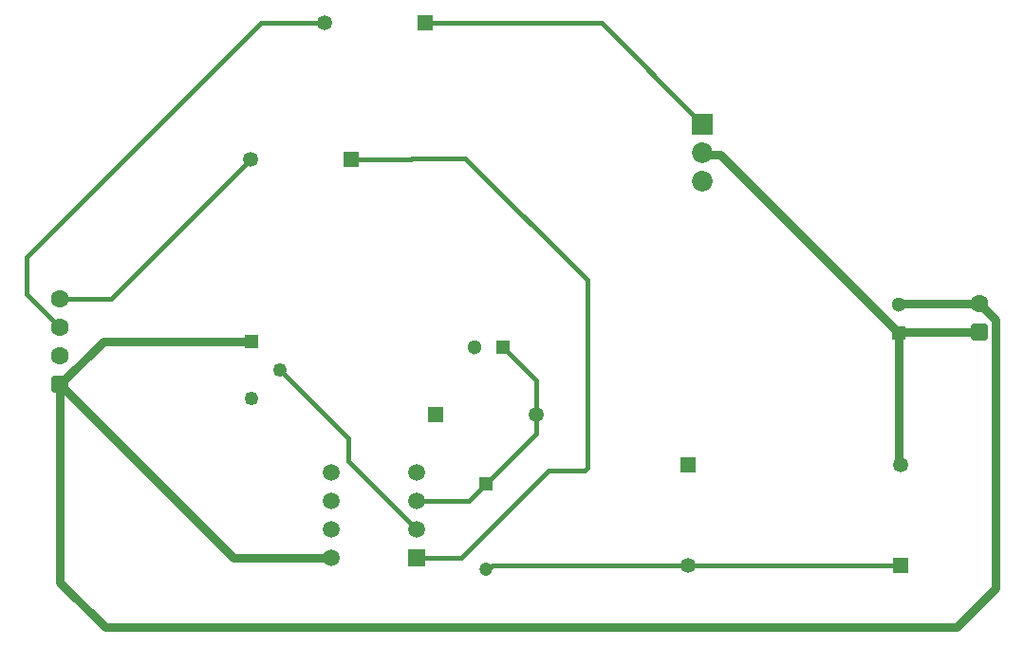
<source format=gtl>
G04*
G04 #@! TF.GenerationSoftware,Altium Limited,Altium Designer,26.1.1 (7)*
G04*
G04 Layer_Physical_Order=1*
G04 Layer_Color=255*
%FSLAX44Y44*%
%MOMM*%
G71*
G04*
G04 #@! TF.SameCoordinates,EF441179-3093-475D-96A6-CC9CF34828CB*
G04*
G04*
G04 #@! TF.FilePolarity,Positive*
G04*
G01*
G75*
%ADD16C,1.8500*%
%ADD20C,1.3000*%
%ADD25R,1.2000X1.2000*%
%ADD26R,1.3000X1.3000*%
%ADD27C,1.2000*%
%ADD28R,1.3000X1.3000*%
%ADD29R,1.8500X1.8500*%
%ADD30C,0.7620*%
%ADD31C,0.3810*%
%ADD32C,1.5000*%
%ADD33C,1.2500*%
%ADD34R,1.3500X1.3500*%
%ADD35R,1.3500X1.3500*%
%ADD36C,1.6000*%
%ADD37R,1.5000X1.5000*%
%ADD38R,1.2500X1.2500*%
G04:AMPARAMS|DCode=39|XSize=1.6mm|YSize=1.6mm|CornerRadius=0.4mm|HoleSize=0mm|Usage=FLASHONLY|Rotation=90.000|XOffset=0mm|YOffset=0mm|HoleType=Round|Shape=RoundedRectangle|*
%AMROUNDEDRECTD39*
21,1,1.6000,0.8000,0,0,90.0*
21,1,0.8000,1.6000,0,0,90.0*
1,1,0.8000,0.4000,0.4000*
1,1,0.8000,0.4000,-0.4000*
1,1,0.8000,-0.4000,-0.4000*
1,1,0.8000,-0.4000,0.4000*
%
%ADD39ROUNDEDRECTD39*%
%ADD40C,1.3500*%
D16*
X1283270Y858520D02*
D03*
Y883920D02*
D03*
D20*
X1080000Y710000D02*
D03*
X1457960Y748030D02*
D03*
D25*
X1090000Y588130D02*
D03*
D26*
X1105400Y710000D02*
D03*
D27*
X1090000Y511870D02*
D03*
D28*
X1457960Y722630D02*
D03*
D29*
X1283270Y909320D02*
D03*
D30*
X1460000Y605000D02*
Y606591D01*
X1457960Y608631D02*
X1460000Y606591D01*
X1457960Y608631D02*
Y722630D01*
X864940Y521900D02*
X951900D01*
X709930Y676910D02*
X864940Y521900D01*
X748420Y715400D02*
X880350D01*
X709930Y676910D02*
X748420Y715400D01*
X709930Y500070D02*
Y676910D01*
Y500070D02*
X750000Y460000D01*
X1510000D01*
X1544700Y494700D01*
Y734950D01*
X1530350Y749300D02*
X1544700Y734950D01*
X1457960Y748030D02*
X1458595Y748665D01*
X1529715D01*
X1530350Y749300D01*
X1283270Y883920D02*
X1285352Y881838D01*
X1298752D01*
X1457960Y722630D01*
X1458595Y723265D01*
X1529715D01*
X1530350Y723900D01*
D31*
X969560Y877570D02*
X1022566D01*
X1023418Y878422D01*
X1071578D01*
X1180000Y770000D01*
Y602232D02*
Y770000D01*
X1177768Y600000D02*
X1180000Y602232D01*
X1145898Y600000D02*
X1177768D01*
X1067797Y521900D02*
X1145898Y600000D01*
X1028100Y521900D02*
X1067797D01*
X966686Y608714D02*
X1028100Y547300D01*
X966686Y608714D02*
Y629064D01*
X905750Y690000D02*
X966686Y629064D01*
X1105400Y710000D02*
X1135000Y680400D01*
Y650000D02*
Y680400D01*
X1074570Y572700D02*
X1090000Y588130D01*
X1028100Y572700D02*
X1074570D01*
X1135000Y633130D02*
Y650000D01*
X1090000Y588130D02*
X1135000Y633130D01*
X1090000Y511870D02*
X1092216D01*
X1095346Y515000D01*
X1270000D01*
X1460000D01*
X755100Y753110D02*
X879560Y877570D01*
X709930Y753110D02*
X755100D01*
X1193100Y999490D02*
X1283270Y909320D01*
X1035600Y999490D02*
X1193100D01*
X889490D02*
X945600D01*
X680000Y790000D02*
X889490Y999490D01*
X680000Y757640D02*
Y790000D01*
Y757640D02*
X709930Y727710D01*
D32*
X1028100Y598100D02*
D03*
X951900D02*
D03*
Y572700D02*
D03*
Y547300D02*
D03*
Y521900D02*
D03*
X1028100Y572700D02*
D03*
Y547300D02*
D03*
D33*
X880350Y664600D02*
D03*
X905750Y690000D02*
D03*
D34*
X1045000Y650000D02*
D03*
X969560Y877570D02*
D03*
X1035600Y999490D02*
D03*
D35*
X1270000Y605000D02*
D03*
X1460000Y515000D02*
D03*
D36*
X709930Y702310D02*
D03*
X1530350Y749300D02*
D03*
X709930Y753110D02*
D03*
Y727710D02*
D03*
D37*
X1028100Y521900D02*
D03*
D38*
X880350Y715400D02*
D03*
D39*
X709930Y676910D02*
D03*
X1530350Y723900D02*
D03*
D40*
X1135000Y650000D02*
D03*
X1270000Y515000D02*
D03*
X945600Y999490D02*
D03*
X1460000Y605000D02*
D03*
X879560Y877570D02*
D03*
M02*

</source>
